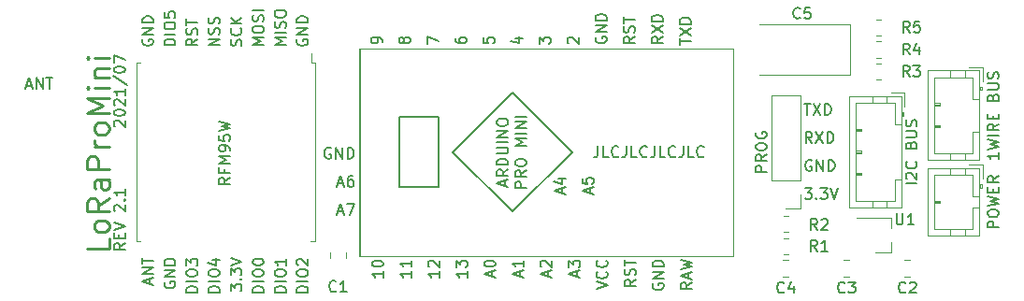
<source format=gbr>
%TF.GenerationSoftware,KiCad,Pcbnew,(5.1.10)-1*%
%TF.CreationDate,2021-07-03T17:53:54+02:00*%
%TF.ProjectId,LoRaProMini,4c6f5261-5072-46f4-9d69-6e692e6b6963,2.1*%
%TF.SameCoordinates,Original*%
%TF.FileFunction,Legend,Top*%
%TF.FilePolarity,Positive*%
%FSLAX46Y46*%
G04 Gerber Fmt 4.6, Leading zero omitted, Abs format (unit mm)*
G04 Created by KiCad (PCBNEW (5.1.10)-1) date 2021-07-03 17:53:54*
%MOMM*%
%LPD*%
G01*
G04 APERTURE LIST*
%ADD10C,0.150000*%
%ADD11C,0.250000*%
%ADD12C,0.120000*%
%ADD13C,0.177800*%
%ADD14C,0.152400*%
G04 APERTURE END LIST*
D10*
X169392380Y-92475714D02*
X168392380Y-92475714D01*
X168392380Y-92094761D01*
X168440000Y-91999523D01*
X168487619Y-91951904D01*
X168582857Y-91904285D01*
X168725714Y-91904285D01*
X168820952Y-91951904D01*
X168868571Y-91999523D01*
X168916190Y-92094761D01*
X168916190Y-92475714D01*
X169392380Y-90904285D02*
X168916190Y-91237619D01*
X169392380Y-91475714D02*
X168392380Y-91475714D01*
X168392380Y-91094761D01*
X168440000Y-90999523D01*
X168487619Y-90951904D01*
X168582857Y-90904285D01*
X168725714Y-90904285D01*
X168820952Y-90951904D01*
X168868571Y-90999523D01*
X168916190Y-91094761D01*
X168916190Y-91475714D01*
X168392380Y-90285238D02*
X168392380Y-90094761D01*
X168440000Y-89999523D01*
X168535238Y-89904285D01*
X168725714Y-89856666D01*
X169059047Y-89856666D01*
X169249523Y-89904285D01*
X169344761Y-89999523D01*
X169392380Y-90094761D01*
X169392380Y-90285238D01*
X169344761Y-90380476D01*
X169249523Y-90475714D01*
X169059047Y-90523333D01*
X168725714Y-90523333D01*
X168535238Y-90475714D01*
X168440000Y-90380476D01*
X168392380Y-90285238D01*
X168440000Y-88904285D02*
X168392380Y-88999523D01*
X168392380Y-89142380D01*
X168440000Y-89285238D01*
X168535238Y-89380476D01*
X168630476Y-89428095D01*
X168820952Y-89475714D01*
X168963809Y-89475714D01*
X169154285Y-89428095D01*
X169249523Y-89380476D01*
X169344761Y-89285238D01*
X169392380Y-89142380D01*
X169392380Y-89047142D01*
X169344761Y-88904285D01*
X169297142Y-88856666D01*
X168963809Y-88856666D01*
X168963809Y-89047142D01*
X172788095Y-86322380D02*
X173359523Y-86322380D01*
X173073809Y-87322380D02*
X173073809Y-86322380D01*
X173597619Y-86322380D02*
X174264285Y-87322380D01*
X174264285Y-86322380D02*
X173597619Y-87322380D01*
X174645238Y-87322380D02*
X174645238Y-86322380D01*
X174883333Y-86322380D01*
X175026190Y-86370000D01*
X175121428Y-86465238D01*
X175169047Y-86560476D01*
X175216666Y-86750952D01*
X175216666Y-86893809D01*
X175169047Y-87084285D01*
X175121428Y-87179523D01*
X175026190Y-87274761D01*
X174883333Y-87322380D01*
X174645238Y-87322380D01*
X173502380Y-89862380D02*
X173169047Y-89386190D01*
X172930951Y-89862380D02*
X172930951Y-88862380D01*
X173311904Y-88862380D01*
X173407142Y-88910000D01*
X173454761Y-88957619D01*
X173502380Y-89052857D01*
X173502380Y-89195714D01*
X173454761Y-89290952D01*
X173407142Y-89338571D01*
X173311904Y-89386190D01*
X172930951Y-89386190D01*
X173835713Y-88862380D02*
X174502380Y-89862380D01*
X174502380Y-88862380D02*
X173835713Y-89862380D01*
X174883332Y-89862380D02*
X174883332Y-88862380D01*
X175121427Y-88862380D01*
X175264285Y-88910000D01*
X175359523Y-89005238D01*
X175407142Y-89100476D01*
X175454761Y-89290952D01*
X175454761Y-89433809D01*
X175407142Y-89624285D01*
X175359523Y-89719523D01*
X175264285Y-89814761D01*
X175121427Y-89862380D01*
X174883332Y-89862380D01*
X173454761Y-91450000D02*
X173359523Y-91402380D01*
X173216666Y-91402380D01*
X173073808Y-91450000D01*
X172978570Y-91545238D01*
X172930951Y-91640476D01*
X172883332Y-91830952D01*
X172883332Y-91973809D01*
X172930951Y-92164285D01*
X172978570Y-92259523D01*
X173073808Y-92354761D01*
X173216666Y-92402380D01*
X173311904Y-92402380D01*
X173454761Y-92354761D01*
X173502380Y-92307142D01*
X173502380Y-91973809D01*
X173311904Y-91973809D01*
X173930951Y-92402380D02*
X173930951Y-91402380D01*
X174502380Y-92402380D01*
X174502380Y-91402380D01*
X174978570Y-92402380D02*
X174978570Y-91402380D01*
X175216666Y-91402380D01*
X175359523Y-91450000D01*
X175454761Y-91545238D01*
X175502380Y-91640476D01*
X175549999Y-91830952D01*
X175549999Y-91973809D01*
X175502380Y-92164285D01*
X175454761Y-92259523D01*
X175359523Y-92354761D01*
X175216666Y-92402380D01*
X174978570Y-92402380D01*
X172835713Y-93942380D02*
X173454761Y-93942380D01*
X173121427Y-94323333D01*
X173264284Y-94323333D01*
X173359523Y-94370952D01*
X173407142Y-94418571D01*
X173454761Y-94513809D01*
X173454761Y-94751904D01*
X173407142Y-94847142D01*
X173359523Y-94894761D01*
X173264284Y-94942380D01*
X172978570Y-94942380D01*
X172883332Y-94894761D01*
X172835713Y-94847142D01*
X173883332Y-94847142D02*
X173930951Y-94894761D01*
X173883332Y-94942380D01*
X173835713Y-94894761D01*
X173883332Y-94847142D01*
X173883332Y-94942380D01*
X174264284Y-93942380D02*
X174883332Y-93942380D01*
X174549999Y-94323333D01*
X174692856Y-94323333D01*
X174788094Y-94370952D01*
X174835713Y-94418571D01*
X174883332Y-94513809D01*
X174883332Y-94751904D01*
X174835713Y-94847142D01*
X174788094Y-94894761D01*
X174692856Y-94942380D01*
X174407142Y-94942380D01*
X174311904Y-94894761D01*
X174264284Y-94847142D01*
X175169046Y-93942380D02*
X175502380Y-94942380D01*
X175835713Y-93942380D01*
X110387619Y-88358928D02*
X110340000Y-88311309D01*
X110292380Y-88216071D01*
X110292380Y-87977976D01*
X110340000Y-87882738D01*
X110387619Y-87835119D01*
X110482857Y-87787500D01*
X110578095Y-87787500D01*
X110720952Y-87835119D01*
X111292380Y-88406547D01*
X111292380Y-87787500D01*
X110292380Y-87168452D02*
X110292380Y-87073214D01*
X110340000Y-86977976D01*
X110387619Y-86930357D01*
X110482857Y-86882738D01*
X110673333Y-86835119D01*
X110911428Y-86835119D01*
X111101904Y-86882738D01*
X111197142Y-86930357D01*
X111244761Y-86977976D01*
X111292380Y-87073214D01*
X111292380Y-87168452D01*
X111244761Y-87263690D01*
X111197142Y-87311309D01*
X111101904Y-87358928D01*
X110911428Y-87406547D01*
X110673333Y-87406547D01*
X110482857Y-87358928D01*
X110387619Y-87311309D01*
X110340000Y-87263690D01*
X110292380Y-87168452D01*
X110387619Y-86454166D02*
X110340000Y-86406547D01*
X110292380Y-86311309D01*
X110292380Y-86073214D01*
X110340000Y-85977976D01*
X110387619Y-85930357D01*
X110482857Y-85882738D01*
X110578095Y-85882738D01*
X110720952Y-85930357D01*
X111292380Y-86501785D01*
X111292380Y-85882738D01*
X111292380Y-84930357D02*
X111292380Y-85501785D01*
X111292380Y-85216071D02*
X110292380Y-85216071D01*
X110435238Y-85311309D01*
X110530476Y-85406547D01*
X110578095Y-85501785D01*
X110244761Y-83787500D02*
X111530476Y-84644642D01*
X110292380Y-83263690D02*
X110292380Y-83168452D01*
X110340000Y-83073214D01*
X110387619Y-83025595D01*
X110482857Y-82977976D01*
X110673333Y-82930357D01*
X110911428Y-82930357D01*
X111101904Y-82977976D01*
X111197142Y-83025595D01*
X111244761Y-83073214D01*
X111292380Y-83168452D01*
X111292380Y-83263690D01*
X111244761Y-83358928D01*
X111197142Y-83406547D01*
X111101904Y-83454166D01*
X110911428Y-83501785D01*
X110673333Y-83501785D01*
X110482857Y-83454166D01*
X110387619Y-83406547D01*
X110340000Y-83358928D01*
X110292380Y-83263690D01*
X110292380Y-82597023D02*
X110292380Y-81930357D01*
X111292380Y-82358928D01*
X111292380Y-98928857D02*
X110816190Y-99262190D01*
X111292380Y-99500285D02*
X110292380Y-99500285D01*
X110292380Y-99119333D01*
X110340000Y-99024095D01*
X110387619Y-98976476D01*
X110482857Y-98928857D01*
X110625714Y-98928857D01*
X110720952Y-98976476D01*
X110768571Y-99024095D01*
X110816190Y-99119333D01*
X110816190Y-99500285D01*
X110768571Y-98500285D02*
X110768571Y-98166952D01*
X111292380Y-98024095D02*
X111292380Y-98500285D01*
X110292380Y-98500285D01*
X110292380Y-98024095D01*
X110292380Y-97738380D02*
X111292380Y-97405047D01*
X110292380Y-97071714D01*
X110387619Y-96024095D02*
X110340000Y-95976476D01*
X110292380Y-95881238D01*
X110292380Y-95643142D01*
X110340000Y-95547904D01*
X110387619Y-95500285D01*
X110482857Y-95452666D01*
X110578095Y-95452666D01*
X110720952Y-95500285D01*
X111292380Y-96071714D01*
X111292380Y-95452666D01*
X111197142Y-95024095D02*
X111244761Y-94976476D01*
X111292380Y-95024095D01*
X111244761Y-95071714D01*
X111197142Y-95024095D01*
X111292380Y-95024095D01*
X111292380Y-94024095D02*
X111292380Y-94595523D01*
X111292380Y-94309809D02*
X110292380Y-94309809D01*
X110435238Y-94405047D01*
X110530476Y-94500285D01*
X110578095Y-94595523D01*
X120792380Y-93004285D02*
X120316190Y-93337619D01*
X120792380Y-93575714D02*
X119792380Y-93575714D01*
X119792380Y-93194761D01*
X119840000Y-93099523D01*
X119887619Y-93051904D01*
X119982857Y-93004285D01*
X120125714Y-93004285D01*
X120220952Y-93051904D01*
X120268571Y-93099523D01*
X120316190Y-93194761D01*
X120316190Y-93575714D01*
X120268571Y-92242380D02*
X120268571Y-92575714D01*
X120792380Y-92575714D02*
X119792380Y-92575714D01*
X119792380Y-92099523D01*
X120792380Y-91718571D02*
X119792380Y-91718571D01*
X120506666Y-91385238D01*
X119792380Y-91051904D01*
X120792380Y-91051904D01*
X120792380Y-90528095D02*
X120792380Y-90337619D01*
X120744761Y-90242380D01*
X120697142Y-90194761D01*
X120554285Y-90099523D01*
X120363809Y-90051904D01*
X119982857Y-90051904D01*
X119887619Y-90099523D01*
X119840000Y-90147142D01*
X119792380Y-90242380D01*
X119792380Y-90432857D01*
X119840000Y-90528095D01*
X119887619Y-90575714D01*
X119982857Y-90623333D01*
X120220952Y-90623333D01*
X120316190Y-90575714D01*
X120363809Y-90528095D01*
X120411428Y-90432857D01*
X120411428Y-90242380D01*
X120363809Y-90147142D01*
X120316190Y-90099523D01*
X120220952Y-90051904D01*
X119792380Y-89147142D02*
X119792380Y-89623333D01*
X120268571Y-89670952D01*
X120220952Y-89623333D01*
X120173333Y-89528095D01*
X120173333Y-89290000D01*
X120220952Y-89194761D01*
X120268571Y-89147142D01*
X120363809Y-89099523D01*
X120601904Y-89099523D01*
X120697142Y-89147142D01*
X120744761Y-89194761D01*
X120792380Y-89290000D01*
X120792380Y-89528095D01*
X120744761Y-89623333D01*
X120697142Y-89670952D01*
X119792380Y-88766190D02*
X120792380Y-88528095D01*
X120078095Y-88337619D01*
X120792380Y-88147142D01*
X119792380Y-87909047D01*
X102356142Y-84656666D02*
X102832333Y-84656666D01*
X102260904Y-84942380D02*
X102594238Y-83942380D01*
X102927571Y-84942380D01*
X103260904Y-84942380D02*
X103260904Y-83942380D01*
X103832333Y-84942380D01*
X103832333Y-83942380D01*
X104165666Y-83942380D02*
X104737095Y-83942380D01*
X104451380Y-84942380D02*
X104451380Y-83942380D01*
X145681666Y-93737619D02*
X145681666Y-93261428D01*
X145967380Y-93832857D02*
X144967380Y-93499523D01*
X145967380Y-93166190D01*
X145967380Y-92261428D02*
X145491190Y-92594761D01*
X145967380Y-92832857D02*
X144967380Y-92832857D01*
X144967380Y-92451904D01*
X145015000Y-92356666D01*
X145062619Y-92309047D01*
X145157857Y-92261428D01*
X145300714Y-92261428D01*
X145395952Y-92309047D01*
X145443571Y-92356666D01*
X145491190Y-92451904D01*
X145491190Y-92832857D01*
X145967380Y-91832857D02*
X144967380Y-91832857D01*
X144967380Y-91594761D01*
X145015000Y-91451904D01*
X145110238Y-91356666D01*
X145205476Y-91309047D01*
X145395952Y-91261428D01*
X145538809Y-91261428D01*
X145729285Y-91309047D01*
X145824523Y-91356666D01*
X145919761Y-91451904D01*
X145967380Y-91594761D01*
X145967380Y-91832857D01*
X144967380Y-90832857D02*
X145776904Y-90832857D01*
X145872142Y-90785238D01*
X145919761Y-90737619D01*
X145967380Y-90642380D01*
X145967380Y-90451904D01*
X145919761Y-90356666D01*
X145872142Y-90309047D01*
X145776904Y-90261428D01*
X144967380Y-90261428D01*
X145967380Y-89785238D02*
X144967380Y-89785238D01*
X145967380Y-89309047D02*
X144967380Y-89309047D01*
X145967380Y-88737619D01*
X144967380Y-88737619D01*
X144967380Y-88070952D02*
X144967380Y-87880476D01*
X145015000Y-87785238D01*
X145110238Y-87690000D01*
X145300714Y-87642380D01*
X145634047Y-87642380D01*
X145824523Y-87690000D01*
X145919761Y-87785238D01*
X145967380Y-87880476D01*
X145967380Y-88070952D01*
X145919761Y-88166190D01*
X145824523Y-88261428D01*
X145634047Y-88309047D01*
X145300714Y-88309047D01*
X145110238Y-88261428D01*
X145015000Y-88166190D01*
X144967380Y-88070952D01*
X147617380Y-93928095D02*
X146617380Y-93928095D01*
X146617380Y-93547142D01*
X146665000Y-93451904D01*
X146712619Y-93404285D01*
X146807857Y-93356666D01*
X146950714Y-93356666D01*
X147045952Y-93404285D01*
X147093571Y-93451904D01*
X147141190Y-93547142D01*
X147141190Y-93928095D01*
X147617380Y-92356666D02*
X147141190Y-92690000D01*
X147617380Y-92928095D02*
X146617380Y-92928095D01*
X146617380Y-92547142D01*
X146665000Y-92451904D01*
X146712619Y-92404285D01*
X146807857Y-92356666D01*
X146950714Y-92356666D01*
X147045952Y-92404285D01*
X147093571Y-92451904D01*
X147141190Y-92547142D01*
X147141190Y-92928095D01*
X146617380Y-91737619D02*
X146617380Y-91547142D01*
X146665000Y-91451904D01*
X146760238Y-91356666D01*
X146950714Y-91309047D01*
X147284047Y-91309047D01*
X147474523Y-91356666D01*
X147569761Y-91451904D01*
X147617380Y-91547142D01*
X147617380Y-91737619D01*
X147569761Y-91832857D01*
X147474523Y-91928095D01*
X147284047Y-91975714D01*
X146950714Y-91975714D01*
X146760238Y-91928095D01*
X146665000Y-91832857D01*
X146617380Y-91737619D01*
X147617380Y-90118571D02*
X146617380Y-90118571D01*
X147331666Y-89785238D01*
X146617380Y-89451904D01*
X147617380Y-89451904D01*
X147617380Y-88975714D02*
X146617380Y-88975714D01*
X147617380Y-88499523D02*
X146617380Y-88499523D01*
X147617380Y-87928095D01*
X146617380Y-87928095D01*
X147617380Y-87451904D02*
X146617380Y-87451904D01*
X182982380Y-93532475D02*
X181982380Y-93532475D01*
X182077619Y-93103904D02*
X182030000Y-93056285D01*
X181982380Y-92961047D01*
X181982380Y-92722952D01*
X182030000Y-92627713D01*
X182077619Y-92580094D01*
X182172857Y-92532475D01*
X182268095Y-92532475D01*
X182410952Y-92580094D01*
X182982380Y-93151523D01*
X182982380Y-92532475D01*
X182887142Y-91532475D02*
X182934761Y-91580094D01*
X182982380Y-91722952D01*
X182982380Y-91818190D01*
X182934761Y-91961047D01*
X182839523Y-92056285D01*
X182744285Y-92103904D01*
X182553809Y-92151523D01*
X182410952Y-92151523D01*
X182220476Y-92103904D01*
X182125238Y-92056285D01*
X182030000Y-91961047D01*
X181982380Y-91818190D01*
X181982380Y-91722952D01*
X182030000Y-91580094D01*
X182077619Y-91532475D01*
X182458571Y-90008666D02*
X182506190Y-89865809D01*
X182553809Y-89818190D01*
X182649047Y-89770571D01*
X182791904Y-89770571D01*
X182887142Y-89818190D01*
X182934761Y-89865809D01*
X182982380Y-89961047D01*
X182982380Y-90341999D01*
X181982380Y-90341999D01*
X181982380Y-90008666D01*
X182030000Y-89913428D01*
X182077619Y-89865809D01*
X182172857Y-89818190D01*
X182268095Y-89818190D01*
X182363333Y-89865809D01*
X182410952Y-89913428D01*
X182458571Y-90008666D01*
X182458571Y-90341999D01*
X181982380Y-89341999D02*
X182791904Y-89341999D01*
X182887142Y-89294380D01*
X182934761Y-89246761D01*
X182982380Y-89151523D01*
X182982380Y-88961047D01*
X182934761Y-88865809D01*
X182887142Y-88818190D01*
X182791904Y-88770571D01*
X181982380Y-88770571D01*
X182934761Y-88341999D02*
X182982380Y-88199142D01*
X182982380Y-87961047D01*
X182934761Y-87865809D01*
X182887142Y-87818190D01*
X182791904Y-87770571D01*
X182696666Y-87770571D01*
X182601428Y-87818190D01*
X182553809Y-87865809D01*
X182506190Y-87961047D01*
X182458571Y-88151523D01*
X182410952Y-88246761D01*
X182363333Y-88294380D01*
X182268095Y-88341999D01*
X182172857Y-88341999D01*
X182077619Y-88294380D01*
X182030000Y-88246761D01*
X181982380Y-88151523D01*
X181982380Y-87913428D01*
X182030000Y-87770571D01*
X190382380Y-97515523D02*
X189382380Y-97515523D01*
X189382380Y-97134571D01*
X189430000Y-97039333D01*
X189477619Y-96991714D01*
X189572857Y-96944095D01*
X189715714Y-96944095D01*
X189810952Y-96991714D01*
X189858571Y-97039333D01*
X189906190Y-97134571D01*
X189906190Y-97515523D01*
X189382380Y-96325047D02*
X189382380Y-96134571D01*
X189430000Y-96039333D01*
X189525238Y-95944095D01*
X189715714Y-95896476D01*
X190049047Y-95896476D01*
X190239523Y-95944095D01*
X190334761Y-96039333D01*
X190382380Y-96134571D01*
X190382380Y-96325047D01*
X190334761Y-96420285D01*
X190239523Y-96515523D01*
X190049047Y-96563142D01*
X189715714Y-96563142D01*
X189525238Y-96515523D01*
X189430000Y-96420285D01*
X189382380Y-96325047D01*
X189382380Y-95563142D02*
X190382380Y-95325047D01*
X189668095Y-95134571D01*
X190382380Y-94944095D01*
X189382380Y-94706000D01*
X189858571Y-94325047D02*
X189858571Y-93991714D01*
X190382380Y-93848857D02*
X190382380Y-94325047D01*
X189382380Y-94325047D01*
X189382380Y-93848857D01*
X190382380Y-92848857D02*
X189906190Y-93182190D01*
X190382380Y-93420285D02*
X189382380Y-93420285D01*
X189382380Y-93039333D01*
X189430000Y-92944095D01*
X189477619Y-92896476D01*
X189572857Y-92848857D01*
X189715714Y-92848857D01*
X189810952Y-92896476D01*
X189858571Y-92944095D01*
X189906190Y-93039333D01*
X189906190Y-93420285D01*
X190382380Y-90745142D02*
X190382380Y-91316571D01*
X190382380Y-91030857D02*
X189382380Y-91030857D01*
X189525238Y-91126095D01*
X189620476Y-91221333D01*
X189668095Y-91316571D01*
X189382380Y-90411809D02*
X190382380Y-90173714D01*
X189668095Y-89983238D01*
X190382380Y-89792761D01*
X189382380Y-89554666D01*
X190382380Y-89173714D02*
X189382380Y-89173714D01*
X190382380Y-88126095D02*
X189906190Y-88459428D01*
X190382380Y-88697523D02*
X189382380Y-88697523D01*
X189382380Y-88316571D01*
X189430000Y-88221333D01*
X189477619Y-88173714D01*
X189572857Y-88126095D01*
X189715714Y-88126095D01*
X189810952Y-88173714D01*
X189858571Y-88221333D01*
X189906190Y-88316571D01*
X189906190Y-88697523D01*
X189858571Y-87697523D02*
X189858571Y-87364190D01*
X190382380Y-87221333D02*
X190382380Y-87697523D01*
X189382380Y-87697523D01*
X189382380Y-87221333D01*
X189858571Y-85697523D02*
X189906190Y-85554666D01*
X189953809Y-85507047D01*
X190049047Y-85459428D01*
X190191904Y-85459428D01*
X190287142Y-85507047D01*
X190334761Y-85554666D01*
X190382380Y-85649904D01*
X190382380Y-86030857D01*
X189382380Y-86030857D01*
X189382380Y-85697523D01*
X189430000Y-85602285D01*
X189477619Y-85554666D01*
X189572857Y-85507047D01*
X189668095Y-85507047D01*
X189763333Y-85554666D01*
X189810952Y-85602285D01*
X189858571Y-85697523D01*
X189858571Y-86030857D01*
X189382380Y-85030857D02*
X190191904Y-85030857D01*
X190287142Y-84983238D01*
X190334761Y-84935619D01*
X190382380Y-84840380D01*
X190382380Y-84649904D01*
X190334761Y-84554666D01*
X190287142Y-84507047D01*
X190191904Y-84459428D01*
X189382380Y-84459428D01*
X190334761Y-84030857D02*
X190382380Y-83888000D01*
X190382380Y-83649904D01*
X190334761Y-83554666D01*
X190287142Y-83507047D01*
X190191904Y-83459428D01*
X190096666Y-83459428D01*
X190001428Y-83507047D01*
X189953809Y-83554666D01*
X189906190Y-83649904D01*
X189858571Y-83840380D01*
X189810952Y-83935619D01*
X189763333Y-83983238D01*
X189668095Y-84030857D01*
X189572857Y-84030857D01*
X189477619Y-83983238D01*
X189430000Y-83935619D01*
X189382380Y-83840380D01*
X189382380Y-83602285D01*
X189430000Y-83459428D01*
X154120952Y-90142380D02*
X154120952Y-90856666D01*
X154073333Y-90999523D01*
X153978095Y-91094761D01*
X153835238Y-91142380D01*
X153740000Y-91142380D01*
X155073333Y-91142380D02*
X154597142Y-91142380D01*
X154597142Y-90142380D01*
X155978095Y-91047142D02*
X155930476Y-91094761D01*
X155787619Y-91142380D01*
X155692380Y-91142380D01*
X155549523Y-91094761D01*
X155454285Y-90999523D01*
X155406666Y-90904285D01*
X155359047Y-90713809D01*
X155359047Y-90570952D01*
X155406666Y-90380476D01*
X155454285Y-90285238D01*
X155549523Y-90190000D01*
X155692380Y-90142380D01*
X155787619Y-90142380D01*
X155930476Y-90190000D01*
X155978095Y-90237619D01*
X156692380Y-90142380D02*
X156692380Y-90856666D01*
X156644761Y-90999523D01*
X156549523Y-91094761D01*
X156406666Y-91142380D01*
X156311428Y-91142380D01*
X157644761Y-91142380D02*
X157168571Y-91142380D01*
X157168571Y-90142380D01*
X158549523Y-91047142D02*
X158501904Y-91094761D01*
X158359047Y-91142380D01*
X158263809Y-91142380D01*
X158120952Y-91094761D01*
X158025714Y-90999523D01*
X157978095Y-90904285D01*
X157930476Y-90713809D01*
X157930476Y-90570952D01*
X157978095Y-90380476D01*
X158025714Y-90285238D01*
X158120952Y-90190000D01*
X158263809Y-90142380D01*
X158359047Y-90142380D01*
X158501904Y-90190000D01*
X158549523Y-90237619D01*
X159263809Y-90142380D02*
X159263809Y-90856666D01*
X159216190Y-90999523D01*
X159120952Y-91094761D01*
X158978095Y-91142380D01*
X158882857Y-91142380D01*
X160216190Y-91142380D02*
X159740000Y-91142380D01*
X159740000Y-90142380D01*
X161120952Y-91047142D02*
X161073333Y-91094761D01*
X160930476Y-91142380D01*
X160835238Y-91142380D01*
X160692380Y-91094761D01*
X160597142Y-90999523D01*
X160549523Y-90904285D01*
X160501904Y-90713809D01*
X160501904Y-90570952D01*
X160549523Y-90380476D01*
X160597142Y-90285238D01*
X160692380Y-90190000D01*
X160835238Y-90142380D01*
X160930476Y-90142380D01*
X161073333Y-90190000D01*
X161120952Y-90237619D01*
X161835238Y-90142380D02*
X161835238Y-90856666D01*
X161787619Y-90999523D01*
X161692380Y-91094761D01*
X161549523Y-91142380D01*
X161454285Y-91142380D01*
X162787619Y-91142380D02*
X162311428Y-91142380D01*
X162311428Y-90142380D01*
X163692380Y-91047142D02*
X163644761Y-91094761D01*
X163501904Y-91142380D01*
X163406666Y-91142380D01*
X163263809Y-91094761D01*
X163168571Y-90999523D01*
X163120952Y-90904285D01*
X163073333Y-90713809D01*
X163073333Y-90570952D01*
X163120952Y-90380476D01*
X163168571Y-90285238D01*
X163263809Y-90190000D01*
X163406666Y-90142380D01*
X163501904Y-90142380D01*
X163644761Y-90190000D01*
X163692380Y-90237619D01*
D11*
X109844761Y-98504285D02*
X109844761Y-99456666D01*
X107844761Y-99456666D01*
X109844761Y-97551904D02*
X109749523Y-97742380D01*
X109654285Y-97837619D01*
X109463809Y-97932857D01*
X108892380Y-97932857D01*
X108701904Y-97837619D01*
X108606666Y-97742380D01*
X108511428Y-97551904D01*
X108511428Y-97266190D01*
X108606666Y-97075714D01*
X108701904Y-96980476D01*
X108892380Y-96885238D01*
X109463809Y-96885238D01*
X109654285Y-96980476D01*
X109749523Y-97075714D01*
X109844761Y-97266190D01*
X109844761Y-97551904D01*
X109844761Y-94885238D02*
X108892380Y-95551904D01*
X109844761Y-96028095D02*
X107844761Y-96028095D01*
X107844761Y-95266190D01*
X107940000Y-95075714D01*
X108035238Y-94980476D01*
X108225714Y-94885238D01*
X108511428Y-94885238D01*
X108701904Y-94980476D01*
X108797142Y-95075714D01*
X108892380Y-95266190D01*
X108892380Y-96028095D01*
X109844761Y-93170952D02*
X108797142Y-93170952D01*
X108606666Y-93266190D01*
X108511428Y-93456666D01*
X108511428Y-93837619D01*
X108606666Y-94028095D01*
X109749523Y-93170952D02*
X109844761Y-93361428D01*
X109844761Y-93837619D01*
X109749523Y-94028095D01*
X109559047Y-94123333D01*
X109368571Y-94123333D01*
X109178095Y-94028095D01*
X109082857Y-93837619D01*
X109082857Y-93361428D01*
X108987619Y-93170952D01*
X109844761Y-92218571D02*
X107844761Y-92218571D01*
X107844761Y-91456666D01*
X107940000Y-91266190D01*
X108035238Y-91170952D01*
X108225714Y-91075714D01*
X108511428Y-91075714D01*
X108701904Y-91170952D01*
X108797142Y-91266190D01*
X108892380Y-91456666D01*
X108892380Y-92218571D01*
X109844761Y-90218571D02*
X108511428Y-90218571D01*
X108892380Y-90218571D02*
X108701904Y-90123333D01*
X108606666Y-90028095D01*
X108511428Y-89837619D01*
X108511428Y-89647142D01*
X109844761Y-88694761D02*
X109749523Y-88885238D01*
X109654285Y-88980476D01*
X109463809Y-89075714D01*
X108892380Y-89075714D01*
X108701904Y-88980476D01*
X108606666Y-88885238D01*
X108511428Y-88694761D01*
X108511428Y-88409047D01*
X108606666Y-88218571D01*
X108701904Y-88123333D01*
X108892380Y-88028095D01*
X109463809Y-88028095D01*
X109654285Y-88123333D01*
X109749523Y-88218571D01*
X109844761Y-88409047D01*
X109844761Y-88694761D01*
X109844761Y-87170952D02*
X107844761Y-87170952D01*
X109273333Y-86504285D01*
X107844761Y-85837619D01*
X109844761Y-85837619D01*
X109844761Y-84885238D02*
X108511428Y-84885238D01*
X107844761Y-84885238D02*
X107940000Y-84980476D01*
X108035238Y-84885238D01*
X107940000Y-84790000D01*
X107844761Y-84885238D01*
X108035238Y-84885238D01*
X108511428Y-83932857D02*
X109844761Y-83932857D01*
X108701904Y-83932857D02*
X108606666Y-83837619D01*
X108511428Y-83647142D01*
X108511428Y-83361428D01*
X108606666Y-83170952D01*
X108797142Y-83075714D01*
X109844761Y-83075714D01*
X109844761Y-82123333D02*
X108511428Y-82123333D01*
X107844761Y-82123333D02*
X107940000Y-82218571D01*
X108035238Y-82123333D01*
X107940000Y-82028095D01*
X107844761Y-82123333D01*
X108035238Y-82123333D01*
D12*
%TO.C,X1*%
X132549000Y-81292000D02*
X166331000Y-81292000D01*
D10*
X132549000Y-100088000D02*
X132549000Y-81292000D01*
D12*
X166331000Y-100088000D02*
X132549000Y-100088000D01*
X166331000Y-81292000D02*
X166331000Y-100088000D01*
D13*
X146381105Y-85275544D02*
X140992951Y-90690000D01*
X140992951Y-90690000D02*
X146381105Y-96051851D01*
X151769259Y-90690000D02*
X146381105Y-96051851D01*
X146381105Y-85275544D02*
X151769259Y-90690000D01*
D14*
X139661000Y-87515000D02*
X136105000Y-87515000D01*
X136105000Y-87515000D02*
X136105000Y-93865000D01*
X139661000Y-93865000D02*
X136105000Y-93865000D01*
X139661000Y-93865000D02*
X139661000Y-87515000D01*
D12*
%TO.C,J4*%
X172470000Y-85540000D02*
X169810000Y-85540000D01*
X172470000Y-93220000D02*
X172470000Y-85540000D01*
X169810000Y-93220000D02*
X169810000Y-85540000D01*
X172470000Y-93220000D02*
X169810000Y-93220000D01*
X172470000Y-94490000D02*
X172470000Y-95820000D01*
X172470000Y-95820000D02*
X171140000Y-95820000D01*
%TO.C,U2*%
X128149000Y-82590000D02*
X128149000Y-81690000D01*
X128499000Y-82590000D02*
X128149000Y-82590000D01*
X112299000Y-98790000D02*
X112699000Y-98790000D01*
X112299000Y-82590000D02*
X112299000Y-98790000D01*
X112699000Y-82590000D02*
X112299000Y-82590000D01*
X128499000Y-98790000D02*
X128099000Y-98790000D01*
X128499000Y-82590000D02*
X128499000Y-98790000D01*
%TO.C,C1*%
X131309000Y-100274085D02*
X131309000Y-99751581D01*
X129839000Y-100274085D02*
X129839000Y-99751581D01*
%TO.C,C2*%
X181868748Y-101925000D02*
X182391252Y-101925000D01*
X181868748Y-100455000D02*
X182391252Y-100455000D01*
%TO.C,C5*%
X168690000Y-83650000D02*
X176925000Y-83650000D01*
X176925000Y-83650000D02*
X176925000Y-79130000D01*
X176925000Y-79130000D02*
X168690000Y-79130000D01*
%TO.C,R5*%
X179312936Y-80125000D02*
X179767064Y-80125000D01*
X179312936Y-78655000D02*
X179767064Y-78655000D01*
%TO.C,R4*%
X179312936Y-82125000D02*
X179767064Y-82125000D01*
X179312936Y-80655000D02*
X179767064Y-80655000D01*
%TO.C,R3*%
X179767064Y-82655000D02*
X179312936Y-82655000D01*
X179767064Y-84125000D02*
X179312936Y-84125000D01*
%TO.C,R2*%
X171357064Y-96455000D02*
X170902936Y-96455000D01*
X171357064Y-97925000D02*
X170902936Y-97925000D01*
%TO.C,R1*%
X170902936Y-99925000D02*
X171357064Y-99925000D01*
X170902936Y-98455000D02*
X171357064Y-98455000D01*
%TO.C,C4*%
X171391252Y-100455000D02*
X170868748Y-100455000D01*
X171391252Y-101925000D02*
X170868748Y-101925000D01*
%TO.C,U1*%
X180690000Y-99770000D02*
X180690000Y-98840000D01*
X180690000Y-96610000D02*
X180690000Y-97540000D01*
X180690000Y-96610000D02*
X177530000Y-96610000D01*
X180690000Y-99770000D02*
X179230000Y-99770000D01*
%TO.C,J3*%
X181588000Y-85615333D02*
X176868000Y-85615333D01*
X176868000Y-85615333D02*
X176868000Y-95735333D01*
X176868000Y-95735333D02*
X181588000Y-95735333D01*
X181588000Y-95735333D02*
X181588000Y-85615333D01*
X181588000Y-87375333D02*
X181788000Y-87375333D01*
X181788000Y-87375333D02*
X181788000Y-87075333D01*
X181788000Y-87075333D02*
X181588000Y-87075333D01*
X181688000Y-87375333D02*
X181688000Y-87075333D01*
X181588000Y-88175333D02*
X180978000Y-88175333D01*
X180978000Y-88175333D02*
X180978000Y-86225333D01*
X180978000Y-86225333D02*
X177478000Y-86225333D01*
X177478000Y-86225333D02*
X177478000Y-95125333D01*
X177478000Y-95125333D02*
X180978000Y-95125333D01*
X180978000Y-95125333D02*
X180978000Y-93175333D01*
X180978000Y-93175333D02*
X181588000Y-93175333D01*
X180278000Y-85615333D02*
X180278000Y-86225333D01*
X178978000Y-85615333D02*
X178978000Y-86225333D01*
X180278000Y-95735333D02*
X180278000Y-95125333D01*
X178978000Y-95735333D02*
X178978000Y-95125333D01*
X177478000Y-88575333D02*
X177978000Y-88575333D01*
X177978000Y-88575333D02*
X177978000Y-88775333D01*
X177978000Y-88775333D02*
X177478000Y-88775333D01*
X177478000Y-88675333D02*
X177978000Y-88675333D01*
X177478000Y-90575333D02*
X177978000Y-90575333D01*
X177978000Y-90575333D02*
X177978000Y-90775333D01*
X177978000Y-90775333D02*
X177478000Y-90775333D01*
X177478000Y-90675333D02*
X177978000Y-90675333D01*
X177478000Y-92575333D02*
X177978000Y-92575333D01*
X177978000Y-92575333D02*
X177978000Y-92775333D01*
X177978000Y-92775333D02*
X177478000Y-92775333D01*
X177478000Y-92675333D02*
X177978000Y-92675333D01*
X181888000Y-86565333D02*
X181888000Y-85315333D01*
X181888000Y-85315333D02*
X180638000Y-85315333D01*
%TO.C,J2*%
X188645617Y-83296000D02*
X183925617Y-83296000D01*
X183925617Y-83296000D02*
X183925617Y-91416000D01*
X183925617Y-91416000D02*
X188645617Y-91416000D01*
X188645617Y-91416000D02*
X188645617Y-83296000D01*
X188645617Y-85056000D02*
X188845617Y-85056000D01*
X188845617Y-85056000D02*
X188845617Y-84756000D01*
X188845617Y-84756000D02*
X188645617Y-84756000D01*
X188745617Y-85056000D02*
X188745617Y-84756000D01*
X188645617Y-85856000D02*
X188035617Y-85856000D01*
X188035617Y-85856000D02*
X188035617Y-83906000D01*
X188035617Y-83906000D02*
X184535617Y-83906000D01*
X184535617Y-83906000D02*
X184535617Y-90806000D01*
X184535617Y-90806000D02*
X188035617Y-90806000D01*
X188035617Y-90806000D02*
X188035617Y-88856000D01*
X188035617Y-88856000D02*
X188645617Y-88856000D01*
X187335617Y-83296000D02*
X187335617Y-83906000D01*
X186035617Y-83296000D02*
X186035617Y-83906000D01*
X187335617Y-91416000D02*
X187335617Y-90806000D01*
X186035617Y-91416000D02*
X186035617Y-90806000D01*
X184535617Y-86256000D02*
X185035617Y-86256000D01*
X185035617Y-86256000D02*
X185035617Y-86456000D01*
X185035617Y-86456000D02*
X184535617Y-86456000D01*
X184535617Y-86356000D02*
X185035617Y-86356000D01*
X184535617Y-88256000D02*
X185035617Y-88256000D01*
X185035617Y-88256000D02*
X185035617Y-88456000D01*
X185035617Y-88456000D02*
X184535617Y-88456000D01*
X184535617Y-88356000D02*
X185035617Y-88356000D01*
X188945617Y-84246000D02*
X188945617Y-82996000D01*
X188945617Y-82996000D02*
X187695617Y-82996000D01*
%TO.C,J1*%
X188645617Y-92146000D02*
X183925617Y-92146000D01*
X183925617Y-92146000D02*
X183925617Y-98266000D01*
X183925617Y-98266000D02*
X188645617Y-98266000D01*
X188645617Y-98266000D02*
X188645617Y-92146000D01*
X188645617Y-93906000D02*
X188845617Y-93906000D01*
X188845617Y-93906000D02*
X188845617Y-93606000D01*
X188845617Y-93606000D02*
X188645617Y-93606000D01*
X188745617Y-93906000D02*
X188745617Y-93606000D01*
X188645617Y-94706000D02*
X188035617Y-94706000D01*
X188035617Y-94706000D02*
X188035617Y-92756000D01*
X188035617Y-92756000D02*
X184535617Y-92756000D01*
X184535617Y-92756000D02*
X184535617Y-97656000D01*
X184535617Y-97656000D02*
X188035617Y-97656000D01*
X188035617Y-97656000D02*
X188035617Y-95706000D01*
X188035617Y-95706000D02*
X188645617Y-95706000D01*
X187335617Y-92146000D02*
X187335617Y-92756000D01*
X186035617Y-92146000D02*
X186035617Y-92756000D01*
X187335617Y-98266000D02*
X187335617Y-97656000D01*
X186035617Y-98266000D02*
X186035617Y-97656000D01*
X184535617Y-95106000D02*
X185035617Y-95106000D01*
X185035617Y-95106000D02*
X185035617Y-95306000D01*
X185035617Y-95306000D02*
X184535617Y-95306000D01*
X184535617Y-95206000D02*
X185035617Y-95206000D01*
X188945617Y-93096000D02*
X188945617Y-91846000D01*
X188945617Y-91846000D02*
X187695617Y-91846000D01*
%TO.C,C3*%
X176891252Y-101925000D02*
X176368748Y-101925000D01*
X176891252Y-100455000D02*
X176368748Y-100455000D01*
%TO.C,X1*%
D10*
X129911785Y-90317000D02*
X129816547Y-90269380D01*
X129673690Y-90269380D01*
X129530833Y-90317000D01*
X129435595Y-90412238D01*
X129387976Y-90507476D01*
X129340357Y-90697952D01*
X129340357Y-90840809D01*
X129387976Y-91031285D01*
X129435595Y-91126523D01*
X129530833Y-91221761D01*
X129673690Y-91269380D01*
X129768928Y-91269380D01*
X129911785Y-91221761D01*
X129959404Y-91174142D01*
X129959404Y-90840809D01*
X129768928Y-90840809D01*
X130387976Y-91269380D02*
X130387976Y-90269380D01*
X130959404Y-91269380D01*
X130959404Y-90269380D01*
X131435595Y-91269380D02*
X131435595Y-90269380D01*
X131673690Y-90269380D01*
X131816547Y-90317000D01*
X131911785Y-90412238D01*
X131959404Y-90507476D01*
X132007023Y-90697952D01*
X132007023Y-90840809D01*
X131959404Y-91031285D01*
X131911785Y-91126523D01*
X131816547Y-91221761D01*
X131673690Y-91269380D01*
X131435595Y-91269380D01*
X130578452Y-93523666D02*
X131054642Y-93523666D01*
X130483214Y-93809380D02*
X130816547Y-92809380D01*
X131149880Y-93809380D01*
X131911785Y-92809380D02*
X131721309Y-92809380D01*
X131626071Y-92857000D01*
X131578452Y-92904619D01*
X131483214Y-93047476D01*
X131435595Y-93237952D01*
X131435595Y-93618904D01*
X131483214Y-93714142D01*
X131530833Y-93761761D01*
X131626071Y-93809380D01*
X131816547Y-93809380D01*
X131911785Y-93761761D01*
X131959404Y-93714142D01*
X132007023Y-93618904D01*
X132007023Y-93380809D01*
X131959404Y-93285571D01*
X131911785Y-93237952D01*
X131816547Y-93190333D01*
X131626071Y-93190333D01*
X131530833Y-93237952D01*
X131483214Y-93285571D01*
X131435595Y-93380809D01*
X130578452Y-96063666D02*
X131054642Y-96063666D01*
X130483214Y-96349380D02*
X130816547Y-95349380D01*
X131149880Y-96349380D01*
X131387976Y-95349380D02*
X132054642Y-95349380D01*
X131626071Y-96349380D01*
X134652380Y-101455357D02*
X134652380Y-102026785D01*
X134652380Y-101741071D02*
X133652380Y-101741071D01*
X133795238Y-101836309D01*
X133890476Y-101931547D01*
X133938095Y-102026785D01*
X133652380Y-100836309D02*
X133652380Y-100741071D01*
X133700000Y-100645833D01*
X133747619Y-100598214D01*
X133842857Y-100550595D01*
X134033333Y-100502976D01*
X134271428Y-100502976D01*
X134461904Y-100550595D01*
X134557142Y-100598214D01*
X134604761Y-100645833D01*
X134652380Y-100741071D01*
X134652380Y-100836309D01*
X134604761Y-100931547D01*
X134557142Y-100979166D01*
X134461904Y-101026785D01*
X134271428Y-101074404D01*
X134033333Y-101074404D01*
X133842857Y-101026785D01*
X133747619Y-100979166D01*
X133700000Y-100931547D01*
X133652380Y-100836309D01*
X137192380Y-101455357D02*
X137192380Y-102026785D01*
X137192380Y-101741071D02*
X136192380Y-101741071D01*
X136335238Y-101836309D01*
X136430476Y-101931547D01*
X136478095Y-102026785D01*
X137192380Y-100502976D02*
X137192380Y-101074404D01*
X137192380Y-100788690D02*
X136192380Y-100788690D01*
X136335238Y-100883928D01*
X136430476Y-100979166D01*
X136478095Y-101074404D01*
X139732380Y-101455357D02*
X139732380Y-102026785D01*
X139732380Y-101741071D02*
X138732380Y-101741071D01*
X138875238Y-101836309D01*
X138970476Y-101931547D01*
X139018095Y-102026785D01*
X138827619Y-101074404D02*
X138780000Y-101026785D01*
X138732380Y-100931547D01*
X138732380Y-100693452D01*
X138780000Y-100598214D01*
X138827619Y-100550595D01*
X138922857Y-100502976D01*
X139018095Y-100502976D01*
X139160952Y-100550595D01*
X139732380Y-101122023D01*
X139732380Y-100502976D01*
X142272380Y-101455357D02*
X142272380Y-102026785D01*
X142272380Y-101741071D02*
X141272380Y-101741071D01*
X141415238Y-101836309D01*
X141510476Y-101931547D01*
X141558095Y-102026785D01*
X141272380Y-101122023D02*
X141272380Y-100502976D01*
X141653333Y-100836309D01*
X141653333Y-100693452D01*
X141700952Y-100598214D01*
X141748571Y-100550595D01*
X141843809Y-100502976D01*
X142081904Y-100502976D01*
X142177142Y-100550595D01*
X142224761Y-100598214D01*
X142272380Y-100693452D01*
X142272380Y-100979166D01*
X142224761Y-101074404D01*
X142177142Y-101122023D01*
X144526666Y-101931547D02*
X144526666Y-101455357D01*
X144812380Y-102026785D02*
X143812380Y-101693452D01*
X144812380Y-101360119D01*
X143812380Y-100836309D02*
X143812380Y-100741071D01*
X143860000Y-100645833D01*
X143907619Y-100598214D01*
X144002857Y-100550595D01*
X144193333Y-100502976D01*
X144431428Y-100502976D01*
X144621904Y-100550595D01*
X144717142Y-100598214D01*
X144764761Y-100645833D01*
X144812380Y-100741071D01*
X144812380Y-100836309D01*
X144764761Y-100931547D01*
X144717142Y-100979166D01*
X144621904Y-101026785D01*
X144431428Y-101074404D01*
X144193333Y-101074404D01*
X144002857Y-101026785D01*
X143907619Y-100979166D01*
X143860000Y-100931547D01*
X143812380Y-100836309D01*
X147066666Y-101931547D02*
X147066666Y-101455357D01*
X147352380Y-102026785D02*
X146352380Y-101693452D01*
X147352380Y-101360119D01*
X147352380Y-100502976D02*
X147352380Y-101074404D01*
X147352380Y-100788690D02*
X146352380Y-100788690D01*
X146495238Y-100883928D01*
X146590476Y-100979166D01*
X146638095Y-101074404D01*
X162592380Y-102502976D02*
X162116190Y-102836309D01*
X162592380Y-103074404D02*
X161592380Y-103074404D01*
X161592380Y-102693452D01*
X161640000Y-102598214D01*
X161687619Y-102550595D01*
X161782857Y-102502976D01*
X161925714Y-102502976D01*
X162020952Y-102550595D01*
X162068571Y-102598214D01*
X162116190Y-102693452D01*
X162116190Y-103074404D01*
X162306666Y-102122023D02*
X162306666Y-101645833D01*
X162592380Y-102217261D02*
X161592380Y-101883928D01*
X162592380Y-101550595D01*
X161592380Y-101312500D02*
X162592380Y-101074404D01*
X161878095Y-100883928D01*
X162592380Y-100693452D01*
X161592380Y-100455357D01*
X159100000Y-102598214D02*
X159052380Y-102693452D01*
X159052380Y-102836309D01*
X159100000Y-102979166D01*
X159195238Y-103074404D01*
X159290476Y-103122023D01*
X159480952Y-103169642D01*
X159623809Y-103169642D01*
X159814285Y-103122023D01*
X159909523Y-103074404D01*
X160004761Y-102979166D01*
X160052380Y-102836309D01*
X160052380Y-102741071D01*
X160004761Y-102598214D01*
X159957142Y-102550595D01*
X159623809Y-102550595D01*
X159623809Y-102741071D01*
X160052380Y-102122023D02*
X159052380Y-102122023D01*
X160052380Y-101550595D01*
X159052380Y-101550595D01*
X160052380Y-101074404D02*
X159052380Y-101074404D01*
X159052380Y-100836309D01*
X159100000Y-100693452D01*
X159195238Y-100598214D01*
X159290476Y-100550595D01*
X159480952Y-100502976D01*
X159623809Y-100502976D01*
X159814285Y-100550595D01*
X159909523Y-100598214D01*
X160004761Y-100693452D01*
X160052380Y-100836309D01*
X160052380Y-101074404D01*
X157512380Y-102217261D02*
X157036190Y-102550595D01*
X157512380Y-102788690D02*
X156512380Y-102788690D01*
X156512380Y-102407738D01*
X156560000Y-102312500D01*
X156607619Y-102264880D01*
X156702857Y-102217261D01*
X156845714Y-102217261D01*
X156940952Y-102264880D01*
X156988571Y-102312500D01*
X157036190Y-102407738D01*
X157036190Y-102788690D01*
X157464761Y-101836309D02*
X157512380Y-101693452D01*
X157512380Y-101455357D01*
X157464761Y-101360119D01*
X157417142Y-101312500D01*
X157321904Y-101264880D01*
X157226666Y-101264880D01*
X157131428Y-101312500D01*
X157083809Y-101360119D01*
X157036190Y-101455357D01*
X156988571Y-101645833D01*
X156940952Y-101741071D01*
X156893333Y-101788690D01*
X156798095Y-101836309D01*
X156702857Y-101836309D01*
X156607619Y-101788690D01*
X156560000Y-101741071D01*
X156512380Y-101645833D01*
X156512380Y-101407738D01*
X156560000Y-101264880D01*
X156512380Y-100979166D02*
X156512380Y-100407738D01*
X157512380Y-100693452D02*
X156512380Y-100693452D01*
X153972380Y-103074404D02*
X154972380Y-102741071D01*
X153972380Y-102407738D01*
X154877142Y-101502976D02*
X154924761Y-101550595D01*
X154972380Y-101693452D01*
X154972380Y-101788690D01*
X154924761Y-101931547D01*
X154829523Y-102026785D01*
X154734285Y-102074404D01*
X154543809Y-102122023D01*
X154400952Y-102122023D01*
X154210476Y-102074404D01*
X154115238Y-102026785D01*
X154020000Y-101931547D01*
X153972380Y-101788690D01*
X153972380Y-101693452D01*
X154020000Y-101550595D01*
X154067619Y-101502976D01*
X154877142Y-100502976D02*
X154924761Y-100550595D01*
X154972380Y-100693452D01*
X154972380Y-100788690D01*
X154924761Y-100931547D01*
X154829523Y-101026785D01*
X154734285Y-101074404D01*
X154543809Y-101122023D01*
X154400952Y-101122023D01*
X154210476Y-101074404D01*
X154115238Y-101026785D01*
X154020000Y-100931547D01*
X153972380Y-100788690D01*
X153972380Y-100693452D01*
X154020000Y-100550595D01*
X154067619Y-100502976D01*
X152206666Y-101931547D02*
X152206666Y-101455357D01*
X152492380Y-102026785D02*
X151492380Y-101693452D01*
X152492380Y-101360119D01*
X151492380Y-101122023D02*
X151492380Y-100502976D01*
X151873333Y-100836309D01*
X151873333Y-100693452D01*
X151920952Y-100598214D01*
X151968571Y-100550595D01*
X152063809Y-100502976D01*
X152301904Y-100502976D01*
X152397142Y-100550595D01*
X152444761Y-100598214D01*
X152492380Y-100693452D01*
X152492380Y-100979166D01*
X152444761Y-101074404D01*
X152397142Y-101122023D01*
X149606666Y-101931547D02*
X149606666Y-101455357D01*
X149892380Y-102026785D02*
X148892380Y-101693452D01*
X149892380Y-101360119D01*
X148987619Y-101074404D02*
X148940000Y-101026785D01*
X148892380Y-100931547D01*
X148892380Y-100693452D01*
X148940000Y-100598214D01*
X148987619Y-100550595D01*
X149082857Y-100502976D01*
X149178095Y-100502976D01*
X149320952Y-100550595D01*
X149892380Y-101122023D01*
X149892380Y-100502976D01*
X148811380Y-80889642D02*
X148811380Y-80270595D01*
X149192333Y-80603928D01*
X149192333Y-80461071D01*
X149239952Y-80365833D01*
X149287571Y-80318214D01*
X149382809Y-80270595D01*
X149620904Y-80270595D01*
X149716142Y-80318214D01*
X149763761Y-80365833D01*
X149811380Y-80461071D01*
X149811380Y-80746785D01*
X149763761Y-80842023D01*
X149716142Y-80889642D01*
X151446619Y-80842023D02*
X151399000Y-80794404D01*
X151351380Y-80699166D01*
X151351380Y-80461071D01*
X151399000Y-80365833D01*
X151446619Y-80318214D01*
X151541857Y-80270595D01*
X151637095Y-80270595D01*
X151779952Y-80318214D01*
X152351380Y-80889642D01*
X152351380Y-80270595D01*
X153939000Y-80270595D02*
X153891380Y-80365833D01*
X153891380Y-80508690D01*
X153939000Y-80651547D01*
X154034238Y-80746785D01*
X154129476Y-80794404D01*
X154319952Y-80842023D01*
X154462809Y-80842023D01*
X154653285Y-80794404D01*
X154748523Y-80746785D01*
X154843761Y-80651547D01*
X154891380Y-80508690D01*
X154891380Y-80413452D01*
X154843761Y-80270595D01*
X154796142Y-80222976D01*
X154462809Y-80222976D01*
X154462809Y-80413452D01*
X154891380Y-79794404D02*
X153891380Y-79794404D01*
X154891380Y-79222976D01*
X153891380Y-79222976D01*
X154891380Y-78746785D02*
X153891380Y-78746785D01*
X153891380Y-78508690D01*
X153939000Y-78365833D01*
X154034238Y-78270595D01*
X154129476Y-78222976D01*
X154319952Y-78175357D01*
X154462809Y-78175357D01*
X154653285Y-78222976D01*
X154748523Y-78270595D01*
X154843761Y-78365833D01*
X154891380Y-78508690D01*
X154891380Y-78746785D01*
X157431380Y-80222976D02*
X156955190Y-80556309D01*
X157431380Y-80794404D02*
X156431380Y-80794404D01*
X156431380Y-80413452D01*
X156479000Y-80318214D01*
X156526619Y-80270595D01*
X156621857Y-80222976D01*
X156764714Y-80222976D01*
X156859952Y-80270595D01*
X156907571Y-80318214D01*
X156955190Y-80413452D01*
X156955190Y-80794404D01*
X157383761Y-79842023D02*
X157431380Y-79699166D01*
X157431380Y-79461071D01*
X157383761Y-79365833D01*
X157336142Y-79318214D01*
X157240904Y-79270595D01*
X157145666Y-79270595D01*
X157050428Y-79318214D01*
X157002809Y-79365833D01*
X156955190Y-79461071D01*
X156907571Y-79651547D01*
X156859952Y-79746785D01*
X156812333Y-79794404D01*
X156717095Y-79842023D01*
X156621857Y-79842023D01*
X156526619Y-79794404D01*
X156479000Y-79746785D01*
X156431380Y-79651547D01*
X156431380Y-79413452D01*
X156479000Y-79270595D01*
X156431380Y-78984880D02*
X156431380Y-78413452D01*
X157431380Y-78699166D02*
X156431380Y-78699166D01*
X159971380Y-80222976D02*
X159495190Y-80556309D01*
X159971380Y-80794404D02*
X158971380Y-80794404D01*
X158971380Y-80413452D01*
X159019000Y-80318214D01*
X159066619Y-80270595D01*
X159161857Y-80222976D01*
X159304714Y-80222976D01*
X159399952Y-80270595D01*
X159447571Y-80318214D01*
X159495190Y-80413452D01*
X159495190Y-80794404D01*
X158971380Y-79889642D02*
X159971380Y-79222976D01*
X158971380Y-79222976D02*
X159971380Y-79889642D01*
X159971380Y-78842023D02*
X158971380Y-78842023D01*
X158971380Y-78603928D01*
X159019000Y-78461071D01*
X159114238Y-78365833D01*
X159209476Y-78318214D01*
X159399952Y-78270595D01*
X159542809Y-78270595D01*
X159733285Y-78318214D01*
X159828523Y-78365833D01*
X159923761Y-78461071D01*
X159971380Y-78603928D01*
X159971380Y-78842023D01*
X161511380Y-80937261D02*
X161511380Y-80365833D01*
X162511380Y-80651547D02*
X161511380Y-80651547D01*
X161511380Y-80127738D02*
X162511380Y-79461071D01*
X161511380Y-79461071D02*
X162511380Y-80127738D01*
X162511380Y-79080119D02*
X161511380Y-79080119D01*
X161511380Y-78842023D01*
X161559000Y-78699166D01*
X161654238Y-78603928D01*
X161749476Y-78556309D01*
X161939952Y-78508690D01*
X162082809Y-78508690D01*
X162273285Y-78556309D01*
X162368523Y-78603928D01*
X162463761Y-78699166D01*
X162511380Y-78842023D01*
X162511380Y-79080119D01*
X146604714Y-80365833D02*
X147271380Y-80365833D01*
X146223761Y-80603928D02*
X146938047Y-80842023D01*
X146938047Y-80222976D01*
X143731380Y-80318214D02*
X143731380Y-80794404D01*
X144207571Y-80842023D01*
X144159952Y-80794404D01*
X144112333Y-80699166D01*
X144112333Y-80461071D01*
X144159952Y-80365833D01*
X144207571Y-80318214D01*
X144302809Y-80270595D01*
X144540904Y-80270595D01*
X144636142Y-80318214D01*
X144683761Y-80365833D01*
X144731380Y-80461071D01*
X144731380Y-80699166D01*
X144683761Y-80794404D01*
X144636142Y-80842023D01*
X141191380Y-80365833D02*
X141191380Y-80556309D01*
X141239000Y-80651547D01*
X141286619Y-80699166D01*
X141429476Y-80794404D01*
X141619952Y-80842023D01*
X142000904Y-80842023D01*
X142096142Y-80794404D01*
X142143761Y-80746785D01*
X142191380Y-80651547D01*
X142191380Y-80461071D01*
X142143761Y-80365833D01*
X142096142Y-80318214D01*
X142000904Y-80270595D01*
X141762809Y-80270595D01*
X141667571Y-80318214D01*
X141619952Y-80365833D01*
X141572333Y-80461071D01*
X141572333Y-80651547D01*
X141619952Y-80746785D01*
X141667571Y-80794404D01*
X141762809Y-80842023D01*
X138651380Y-80889642D02*
X138651380Y-80222976D01*
X139651380Y-80651547D01*
X136539952Y-80651547D02*
X136492333Y-80746785D01*
X136444714Y-80794404D01*
X136349476Y-80842023D01*
X136301857Y-80842023D01*
X136206619Y-80794404D01*
X136159000Y-80746785D01*
X136111380Y-80651547D01*
X136111380Y-80461071D01*
X136159000Y-80365833D01*
X136206619Y-80318214D01*
X136301857Y-80270595D01*
X136349476Y-80270595D01*
X136444714Y-80318214D01*
X136492333Y-80365833D01*
X136539952Y-80461071D01*
X136539952Y-80651547D01*
X136587571Y-80746785D01*
X136635190Y-80794404D01*
X136730428Y-80842023D01*
X136920904Y-80842023D01*
X137016142Y-80794404D01*
X137063761Y-80746785D01*
X137111380Y-80651547D01*
X137111380Y-80461071D01*
X137063761Y-80365833D01*
X137016142Y-80318214D01*
X136920904Y-80270595D01*
X136730428Y-80270595D01*
X136635190Y-80318214D01*
X136587571Y-80365833D01*
X136539952Y-80461071D01*
X134571380Y-80746785D02*
X134571380Y-80556309D01*
X134523761Y-80461071D01*
X134476142Y-80413452D01*
X134333285Y-80318214D01*
X134142809Y-80270595D01*
X133761857Y-80270595D01*
X133666619Y-80318214D01*
X133619000Y-80365833D01*
X133571380Y-80461071D01*
X133571380Y-80651547D01*
X133619000Y-80746785D01*
X133666619Y-80794404D01*
X133761857Y-80842023D01*
X133999952Y-80842023D01*
X134095190Y-80794404D01*
X134142809Y-80746785D01*
X134190428Y-80651547D01*
X134190428Y-80461071D01*
X134142809Y-80365833D01*
X134095190Y-80318214D01*
X133999952Y-80270595D01*
X150876666Y-94438547D02*
X150876666Y-93962357D01*
X151162380Y-94533785D02*
X150162380Y-94200452D01*
X151162380Y-93867119D01*
X150495714Y-93105214D02*
X151162380Y-93105214D01*
X150114761Y-93343309D02*
X150829047Y-93581404D01*
X150829047Y-92962357D01*
X153416666Y-94438547D02*
X153416666Y-93962357D01*
X153702380Y-94533785D02*
X152702380Y-94200452D01*
X153702380Y-93867119D01*
X152702380Y-93057595D02*
X152702380Y-93533785D01*
X153178571Y-93581404D01*
X153130952Y-93533785D01*
X153083333Y-93438547D01*
X153083333Y-93200452D01*
X153130952Y-93105214D01*
X153178571Y-93057595D01*
X153273809Y-93009976D01*
X153511904Y-93009976D01*
X153607142Y-93057595D01*
X153654761Y-93105214D01*
X153702380Y-93200452D01*
X153702380Y-93438547D01*
X153654761Y-93533785D01*
X153607142Y-93581404D01*
%TO.C,U2*%
X113565666Y-102628095D02*
X113565666Y-102151904D01*
X113851380Y-102723333D02*
X112851380Y-102389999D01*
X113851380Y-102056666D01*
X113851380Y-101723333D02*
X112851380Y-101723333D01*
X113851380Y-101151904D01*
X112851380Y-101151904D01*
X112851380Y-100818571D02*
X112851380Y-100247142D01*
X113851380Y-100532857D02*
X112851380Y-100532857D01*
X114899000Y-102437618D02*
X114851380Y-102532856D01*
X114851380Y-102675714D01*
X114899000Y-102818571D01*
X114994238Y-102913809D01*
X115089476Y-102961428D01*
X115279952Y-103009047D01*
X115422809Y-103009047D01*
X115613285Y-102961428D01*
X115708523Y-102913809D01*
X115803761Y-102818571D01*
X115851380Y-102675714D01*
X115851380Y-102580475D01*
X115803761Y-102437618D01*
X115756142Y-102389999D01*
X115422809Y-102389999D01*
X115422809Y-102580475D01*
X115851380Y-101961428D02*
X114851380Y-101961428D01*
X115851380Y-101389999D01*
X114851380Y-101389999D01*
X115851380Y-100913809D02*
X114851380Y-100913809D01*
X114851380Y-100675714D01*
X114899000Y-100532856D01*
X114994238Y-100437618D01*
X115089476Y-100389999D01*
X115279952Y-100342380D01*
X115422809Y-100342380D01*
X115613285Y-100389999D01*
X115708523Y-100437618D01*
X115803761Y-100532856D01*
X115851380Y-100675714D01*
X115851380Y-100913809D01*
X117851380Y-103390000D02*
X116851380Y-103390000D01*
X116851380Y-103151904D01*
X116899000Y-103009047D01*
X116994238Y-102913809D01*
X117089476Y-102866190D01*
X117279952Y-102818571D01*
X117422809Y-102818571D01*
X117613285Y-102866190D01*
X117708523Y-102913809D01*
X117803761Y-103009047D01*
X117851380Y-103151904D01*
X117851380Y-103390000D01*
X117851380Y-102390000D02*
X116851380Y-102390000D01*
X116851380Y-101723333D02*
X116851380Y-101532857D01*
X116899000Y-101437619D01*
X116994238Y-101342380D01*
X117184714Y-101294761D01*
X117518047Y-101294761D01*
X117708523Y-101342380D01*
X117803761Y-101437619D01*
X117851380Y-101532857D01*
X117851380Y-101723333D01*
X117803761Y-101818571D01*
X117708523Y-101913809D01*
X117518047Y-101961428D01*
X117184714Y-101961428D01*
X116994238Y-101913809D01*
X116899000Y-101818571D01*
X116851380Y-101723333D01*
X116851380Y-100961428D02*
X116851380Y-100342380D01*
X117232333Y-100675714D01*
X117232333Y-100532857D01*
X117279952Y-100437619D01*
X117327571Y-100390000D01*
X117422809Y-100342380D01*
X117660904Y-100342380D01*
X117756142Y-100390000D01*
X117803761Y-100437619D01*
X117851380Y-100532857D01*
X117851380Y-100818571D01*
X117803761Y-100913809D01*
X117756142Y-100961428D01*
X119851380Y-103390000D02*
X118851380Y-103390000D01*
X118851380Y-103151904D01*
X118899000Y-103009047D01*
X118994238Y-102913809D01*
X119089476Y-102866190D01*
X119279952Y-102818571D01*
X119422809Y-102818571D01*
X119613285Y-102866190D01*
X119708523Y-102913809D01*
X119803761Y-103009047D01*
X119851380Y-103151904D01*
X119851380Y-103390000D01*
X119851380Y-102390000D02*
X118851380Y-102390000D01*
X118851380Y-101723333D02*
X118851380Y-101532857D01*
X118899000Y-101437619D01*
X118994238Y-101342380D01*
X119184714Y-101294761D01*
X119518047Y-101294761D01*
X119708523Y-101342380D01*
X119803761Y-101437619D01*
X119851380Y-101532857D01*
X119851380Y-101723333D01*
X119803761Y-101818571D01*
X119708523Y-101913809D01*
X119518047Y-101961428D01*
X119184714Y-101961428D01*
X118994238Y-101913809D01*
X118899000Y-101818571D01*
X118851380Y-101723333D01*
X119184714Y-100437619D02*
X119851380Y-100437619D01*
X118803761Y-100675714D02*
X119518047Y-100913809D01*
X119518047Y-100294761D01*
X120851380Y-103247142D02*
X120851380Y-102628094D01*
X121232333Y-102961428D01*
X121232333Y-102818571D01*
X121279952Y-102723332D01*
X121327571Y-102675713D01*
X121422809Y-102628094D01*
X121660904Y-102628094D01*
X121756142Y-102675713D01*
X121803761Y-102723332D01*
X121851380Y-102818571D01*
X121851380Y-103104285D01*
X121803761Y-103199523D01*
X121756142Y-103247142D01*
X121756142Y-102199523D02*
X121803761Y-102151904D01*
X121851380Y-102199523D01*
X121803761Y-102247142D01*
X121756142Y-102199523D01*
X121851380Y-102199523D01*
X120851380Y-101818571D02*
X120851380Y-101199523D01*
X121232333Y-101532856D01*
X121232333Y-101389999D01*
X121279952Y-101294761D01*
X121327571Y-101247142D01*
X121422809Y-101199523D01*
X121660904Y-101199523D01*
X121756142Y-101247142D01*
X121803761Y-101294761D01*
X121851380Y-101389999D01*
X121851380Y-101675713D01*
X121803761Y-101770952D01*
X121756142Y-101818571D01*
X120851380Y-100913809D02*
X121851380Y-100580475D01*
X120851380Y-100247142D01*
X123851380Y-103390000D02*
X122851380Y-103390000D01*
X122851380Y-103151904D01*
X122899000Y-103009047D01*
X122994238Y-102913809D01*
X123089476Y-102866190D01*
X123279952Y-102818571D01*
X123422809Y-102818571D01*
X123613285Y-102866190D01*
X123708523Y-102913809D01*
X123803761Y-103009047D01*
X123851380Y-103151904D01*
X123851380Y-103390000D01*
X123851380Y-102390000D02*
X122851380Y-102390000D01*
X122851380Y-101723333D02*
X122851380Y-101532857D01*
X122899000Y-101437619D01*
X122994238Y-101342380D01*
X123184714Y-101294761D01*
X123518047Y-101294761D01*
X123708523Y-101342380D01*
X123803761Y-101437619D01*
X123851380Y-101532857D01*
X123851380Y-101723333D01*
X123803761Y-101818571D01*
X123708523Y-101913809D01*
X123518047Y-101961428D01*
X123184714Y-101961428D01*
X122994238Y-101913809D01*
X122899000Y-101818571D01*
X122851380Y-101723333D01*
X122851380Y-100675714D02*
X122851380Y-100580476D01*
X122899000Y-100485238D01*
X122946619Y-100437619D01*
X123041857Y-100390000D01*
X123232333Y-100342380D01*
X123470428Y-100342380D01*
X123660904Y-100390000D01*
X123756142Y-100437619D01*
X123803761Y-100485238D01*
X123851380Y-100580476D01*
X123851380Y-100675714D01*
X123803761Y-100770952D01*
X123756142Y-100818571D01*
X123660904Y-100866190D01*
X123470428Y-100913809D01*
X123232333Y-100913809D01*
X123041857Y-100866190D01*
X122946619Y-100818571D01*
X122899000Y-100770952D01*
X122851380Y-100675714D01*
X125851380Y-103390000D02*
X124851380Y-103390000D01*
X124851380Y-103151904D01*
X124899000Y-103009047D01*
X124994238Y-102913809D01*
X125089476Y-102866190D01*
X125279952Y-102818571D01*
X125422809Y-102818571D01*
X125613285Y-102866190D01*
X125708523Y-102913809D01*
X125803761Y-103009047D01*
X125851380Y-103151904D01*
X125851380Y-103390000D01*
X125851380Y-102390000D02*
X124851380Y-102390000D01*
X124851380Y-101723333D02*
X124851380Y-101532857D01*
X124899000Y-101437619D01*
X124994238Y-101342380D01*
X125184714Y-101294761D01*
X125518047Y-101294761D01*
X125708523Y-101342380D01*
X125803761Y-101437619D01*
X125851380Y-101532857D01*
X125851380Y-101723333D01*
X125803761Y-101818571D01*
X125708523Y-101913809D01*
X125518047Y-101961428D01*
X125184714Y-101961428D01*
X124994238Y-101913809D01*
X124899000Y-101818571D01*
X124851380Y-101723333D01*
X125851380Y-100342380D02*
X125851380Y-100913809D01*
X125851380Y-100628095D02*
X124851380Y-100628095D01*
X124994238Y-100723333D01*
X125089476Y-100818571D01*
X125137095Y-100913809D01*
X127851380Y-103390000D02*
X126851380Y-103390000D01*
X126851380Y-103151904D01*
X126899000Y-103009047D01*
X126994238Y-102913809D01*
X127089476Y-102866190D01*
X127279952Y-102818571D01*
X127422809Y-102818571D01*
X127613285Y-102866190D01*
X127708523Y-102913809D01*
X127803761Y-103009047D01*
X127851380Y-103151904D01*
X127851380Y-103390000D01*
X127851380Y-102390000D02*
X126851380Y-102390000D01*
X126851380Y-101723333D02*
X126851380Y-101532857D01*
X126899000Y-101437619D01*
X126994238Y-101342380D01*
X127184714Y-101294761D01*
X127518047Y-101294761D01*
X127708523Y-101342380D01*
X127803761Y-101437619D01*
X127851380Y-101532857D01*
X127851380Y-101723333D01*
X127803761Y-101818571D01*
X127708523Y-101913809D01*
X127518047Y-101961428D01*
X127184714Y-101961428D01*
X126994238Y-101913809D01*
X126899000Y-101818571D01*
X126851380Y-101723333D01*
X126946619Y-100913809D02*
X126899000Y-100866190D01*
X126851380Y-100770952D01*
X126851380Y-100532857D01*
X126899000Y-100437619D01*
X126946619Y-100390000D01*
X127041857Y-100342380D01*
X127137095Y-100342380D01*
X127279952Y-100390000D01*
X127851380Y-100961428D01*
X127851380Y-100342380D01*
X112899000Y-80476904D02*
X112851380Y-80572142D01*
X112851380Y-80715000D01*
X112899000Y-80857857D01*
X112994238Y-80953095D01*
X113089476Y-81000714D01*
X113279952Y-81048333D01*
X113422809Y-81048333D01*
X113613285Y-81000714D01*
X113708523Y-80953095D01*
X113803761Y-80857857D01*
X113851380Y-80715000D01*
X113851380Y-80619761D01*
X113803761Y-80476904D01*
X113756142Y-80429285D01*
X113422809Y-80429285D01*
X113422809Y-80619761D01*
X113851380Y-80000714D02*
X112851380Y-80000714D01*
X113851380Y-79429285D01*
X112851380Y-79429285D01*
X113851380Y-78953095D02*
X112851380Y-78953095D01*
X112851380Y-78715000D01*
X112899000Y-78572142D01*
X112994238Y-78476904D01*
X113089476Y-78429285D01*
X113279952Y-78381666D01*
X113422809Y-78381666D01*
X113613285Y-78429285D01*
X113708523Y-78476904D01*
X113803761Y-78572142D01*
X113851380Y-78715000D01*
X113851380Y-78953095D01*
X115851380Y-81000715D02*
X114851380Y-81000715D01*
X114851380Y-80762619D01*
X114899000Y-80619762D01*
X114994238Y-80524524D01*
X115089476Y-80476905D01*
X115279952Y-80429286D01*
X115422809Y-80429286D01*
X115613285Y-80476905D01*
X115708523Y-80524524D01*
X115803761Y-80619762D01*
X115851380Y-80762619D01*
X115851380Y-81000715D01*
X115851380Y-80000715D02*
X114851380Y-80000715D01*
X114851380Y-79334048D02*
X114851380Y-79143572D01*
X114899000Y-79048334D01*
X114994238Y-78953095D01*
X115184714Y-78905476D01*
X115518047Y-78905476D01*
X115708523Y-78953095D01*
X115803761Y-79048334D01*
X115851380Y-79143572D01*
X115851380Y-79334048D01*
X115803761Y-79429286D01*
X115708523Y-79524524D01*
X115518047Y-79572143D01*
X115184714Y-79572143D01*
X114994238Y-79524524D01*
X114899000Y-79429286D01*
X114851380Y-79334048D01*
X114851380Y-78000715D02*
X114851380Y-78476905D01*
X115327571Y-78524524D01*
X115279952Y-78476905D01*
X115232333Y-78381667D01*
X115232333Y-78143572D01*
X115279952Y-78048334D01*
X115327571Y-78000715D01*
X115422809Y-77953095D01*
X115660904Y-77953095D01*
X115756142Y-78000715D01*
X115803761Y-78048334D01*
X115851380Y-78143572D01*
X115851380Y-78381667D01*
X115803761Y-78476905D01*
X115756142Y-78524524D01*
X117851380Y-80429286D02*
X117375190Y-80762619D01*
X117851380Y-81000714D02*
X116851380Y-81000714D01*
X116851380Y-80619762D01*
X116899000Y-80524524D01*
X116946619Y-80476905D01*
X117041857Y-80429286D01*
X117184714Y-80429286D01*
X117279952Y-80476905D01*
X117327571Y-80524524D01*
X117375190Y-80619762D01*
X117375190Y-81000714D01*
X117803761Y-80048333D02*
X117851380Y-79905476D01*
X117851380Y-79667381D01*
X117803761Y-79572143D01*
X117756142Y-79524524D01*
X117660904Y-79476905D01*
X117565666Y-79476905D01*
X117470428Y-79524524D01*
X117422809Y-79572143D01*
X117375190Y-79667381D01*
X117327571Y-79857857D01*
X117279952Y-79953095D01*
X117232333Y-80000714D01*
X117137095Y-80048333D01*
X117041857Y-80048333D01*
X116946619Y-80000714D01*
X116899000Y-79953095D01*
X116851380Y-79857857D01*
X116851380Y-79619762D01*
X116899000Y-79476905D01*
X116851380Y-79191190D02*
X116851380Y-78619762D01*
X117851380Y-78905476D02*
X116851380Y-78905476D01*
X119851380Y-81000714D02*
X118851380Y-81000714D01*
X119851380Y-80429285D01*
X118851380Y-80429285D01*
X119803761Y-80000714D02*
X119851380Y-79857857D01*
X119851380Y-79619761D01*
X119803761Y-79524523D01*
X119756142Y-79476904D01*
X119660904Y-79429285D01*
X119565666Y-79429285D01*
X119470428Y-79476904D01*
X119422809Y-79524523D01*
X119375190Y-79619761D01*
X119327571Y-79810238D01*
X119279952Y-79905476D01*
X119232333Y-79953095D01*
X119137095Y-80000714D01*
X119041857Y-80000714D01*
X118946619Y-79953095D01*
X118899000Y-79905476D01*
X118851380Y-79810238D01*
X118851380Y-79572142D01*
X118899000Y-79429285D01*
X119803761Y-79048333D02*
X119851380Y-78905476D01*
X119851380Y-78667380D01*
X119803761Y-78572142D01*
X119756142Y-78524523D01*
X119660904Y-78476904D01*
X119565666Y-78476904D01*
X119470428Y-78524523D01*
X119422809Y-78572142D01*
X119375190Y-78667380D01*
X119327571Y-78857857D01*
X119279952Y-78953095D01*
X119232333Y-79000714D01*
X119137095Y-79048333D01*
X119041857Y-79048333D01*
X118946619Y-79000714D01*
X118899000Y-78953095D01*
X118851380Y-78857857D01*
X118851380Y-78619761D01*
X118899000Y-78476904D01*
X121803761Y-81048333D02*
X121851380Y-80905476D01*
X121851380Y-80667380D01*
X121803761Y-80572142D01*
X121756142Y-80524523D01*
X121660904Y-80476904D01*
X121565666Y-80476904D01*
X121470428Y-80524523D01*
X121422809Y-80572142D01*
X121375190Y-80667380D01*
X121327571Y-80857857D01*
X121279952Y-80953095D01*
X121232333Y-81000714D01*
X121137095Y-81048333D01*
X121041857Y-81048333D01*
X120946619Y-81000714D01*
X120899000Y-80953095D01*
X120851380Y-80857857D01*
X120851380Y-80619761D01*
X120899000Y-80476904D01*
X121756142Y-79476904D02*
X121803761Y-79524523D01*
X121851380Y-79667380D01*
X121851380Y-79762619D01*
X121803761Y-79905476D01*
X121708523Y-80000714D01*
X121613285Y-80048333D01*
X121422809Y-80095952D01*
X121279952Y-80095952D01*
X121089476Y-80048333D01*
X120994238Y-80000714D01*
X120899000Y-79905476D01*
X120851380Y-79762619D01*
X120851380Y-79667380D01*
X120899000Y-79524523D01*
X120946619Y-79476904D01*
X121851380Y-79048333D02*
X120851380Y-79048333D01*
X121851380Y-78476904D02*
X121279952Y-78905476D01*
X120851380Y-78476904D02*
X121422809Y-79048333D01*
X123851380Y-81000714D02*
X122851380Y-81000714D01*
X123565666Y-80667381D01*
X122851380Y-80334047D01*
X123851380Y-80334047D01*
X122851380Y-79667381D02*
X122851380Y-79476905D01*
X122899000Y-79381666D01*
X122994238Y-79286428D01*
X123184714Y-79238809D01*
X123518047Y-79238809D01*
X123708523Y-79286428D01*
X123803761Y-79381666D01*
X123851380Y-79476905D01*
X123851380Y-79667381D01*
X123803761Y-79762619D01*
X123708523Y-79857857D01*
X123518047Y-79905476D01*
X123184714Y-79905476D01*
X122994238Y-79857857D01*
X122899000Y-79762619D01*
X122851380Y-79667381D01*
X123803761Y-78857857D02*
X123851380Y-78715000D01*
X123851380Y-78476905D01*
X123803761Y-78381666D01*
X123756142Y-78334047D01*
X123660904Y-78286428D01*
X123565666Y-78286428D01*
X123470428Y-78334047D01*
X123422809Y-78381666D01*
X123375190Y-78476905D01*
X123327571Y-78667381D01*
X123279952Y-78762619D01*
X123232333Y-78810238D01*
X123137095Y-78857857D01*
X123041857Y-78857857D01*
X122946619Y-78810238D01*
X122899000Y-78762619D01*
X122851380Y-78667381D01*
X122851380Y-78429286D01*
X122899000Y-78286428D01*
X123851380Y-77857857D02*
X122851380Y-77857857D01*
X125851380Y-81000714D02*
X124851380Y-81000714D01*
X125565666Y-80667381D01*
X124851380Y-80334047D01*
X125851380Y-80334047D01*
X125851380Y-79857857D02*
X124851380Y-79857857D01*
X125803761Y-79429286D02*
X125851380Y-79286428D01*
X125851380Y-79048333D01*
X125803761Y-78953095D01*
X125756142Y-78905476D01*
X125660904Y-78857857D01*
X125565666Y-78857857D01*
X125470428Y-78905476D01*
X125422809Y-78953095D01*
X125375190Y-79048333D01*
X125327571Y-79238809D01*
X125279952Y-79334047D01*
X125232333Y-79381666D01*
X125137095Y-79429286D01*
X125041857Y-79429286D01*
X124946619Y-79381666D01*
X124899000Y-79334047D01*
X124851380Y-79238809D01*
X124851380Y-79000714D01*
X124899000Y-78857857D01*
X124851380Y-78238809D02*
X124851380Y-78048333D01*
X124899000Y-77953095D01*
X124994238Y-77857857D01*
X125184714Y-77810238D01*
X125518047Y-77810238D01*
X125708523Y-77857857D01*
X125803761Y-77953095D01*
X125851380Y-78048333D01*
X125851380Y-78238809D01*
X125803761Y-78334047D01*
X125708523Y-78429286D01*
X125518047Y-78476905D01*
X125184714Y-78476905D01*
X124994238Y-78429286D01*
X124899000Y-78334047D01*
X124851380Y-78238809D01*
X126899000Y-80476904D02*
X126851380Y-80572142D01*
X126851380Y-80715000D01*
X126899000Y-80857857D01*
X126994238Y-80953095D01*
X127089476Y-81000714D01*
X127279952Y-81048333D01*
X127422809Y-81048333D01*
X127613285Y-81000714D01*
X127708523Y-80953095D01*
X127803761Y-80857857D01*
X127851380Y-80715000D01*
X127851380Y-80619761D01*
X127803761Y-80476904D01*
X127756142Y-80429285D01*
X127422809Y-80429285D01*
X127422809Y-80619761D01*
X127851380Y-80000714D02*
X126851380Y-80000714D01*
X127851380Y-79429285D01*
X126851380Y-79429285D01*
X127851380Y-78953095D02*
X126851380Y-78953095D01*
X126851380Y-78715000D01*
X126899000Y-78572142D01*
X126994238Y-78476904D01*
X127089476Y-78429285D01*
X127279952Y-78381666D01*
X127422809Y-78381666D01*
X127613285Y-78429285D01*
X127708523Y-78476904D01*
X127803761Y-78572142D01*
X127851380Y-78715000D01*
X127851380Y-78953095D01*
%TO.C,C1*%
X130407333Y-103239142D02*
X130359714Y-103286761D01*
X130216857Y-103334380D01*
X130121619Y-103334380D01*
X129978761Y-103286761D01*
X129883523Y-103191523D01*
X129835904Y-103096285D01*
X129788285Y-102905809D01*
X129788285Y-102762952D01*
X129835904Y-102572476D01*
X129883523Y-102477238D01*
X129978761Y-102382000D01*
X130121619Y-102334380D01*
X130216857Y-102334380D01*
X130359714Y-102382000D01*
X130407333Y-102429619D01*
X131359714Y-103334380D02*
X130788285Y-103334380D01*
X131074000Y-103334380D02*
X131074000Y-102334380D01*
X130978761Y-102477238D01*
X130883523Y-102572476D01*
X130788285Y-102620095D01*
%TO.C,C2*%
X181963333Y-103347142D02*
X181915714Y-103394761D01*
X181772857Y-103442380D01*
X181677619Y-103442380D01*
X181534761Y-103394761D01*
X181439523Y-103299523D01*
X181391904Y-103204285D01*
X181344285Y-103013809D01*
X181344285Y-102870952D01*
X181391904Y-102680476D01*
X181439523Y-102585238D01*
X181534761Y-102490000D01*
X181677619Y-102442380D01*
X181772857Y-102442380D01*
X181915714Y-102490000D01*
X181963333Y-102537619D01*
X182344285Y-102537619D02*
X182391904Y-102490000D01*
X182487142Y-102442380D01*
X182725238Y-102442380D01*
X182820476Y-102490000D01*
X182868095Y-102537619D01*
X182915714Y-102632857D01*
X182915714Y-102728095D01*
X182868095Y-102870952D01*
X182296666Y-103442380D01*
X182915714Y-103442380D01*
%TO.C,C5*%
X172423333Y-78497142D02*
X172375714Y-78544761D01*
X172232857Y-78592380D01*
X172137619Y-78592380D01*
X171994761Y-78544761D01*
X171899523Y-78449523D01*
X171851904Y-78354285D01*
X171804285Y-78163809D01*
X171804285Y-78020952D01*
X171851904Y-77830476D01*
X171899523Y-77735238D01*
X171994761Y-77640000D01*
X172137619Y-77592380D01*
X172232857Y-77592380D01*
X172375714Y-77640000D01*
X172423333Y-77687619D01*
X173328095Y-77592380D02*
X172851904Y-77592380D01*
X172804285Y-78068571D01*
X172851904Y-78020952D01*
X172947142Y-77973333D01*
X173185238Y-77973333D01*
X173280476Y-78020952D01*
X173328095Y-78068571D01*
X173375714Y-78163809D01*
X173375714Y-78401904D01*
X173328095Y-78497142D01*
X173280476Y-78544761D01*
X173185238Y-78592380D01*
X172947142Y-78592380D01*
X172851904Y-78544761D01*
X172804285Y-78497142D01*
%TO.C,R5*%
X182321333Y-79842380D02*
X181988000Y-79366190D01*
X181749904Y-79842380D02*
X181749904Y-78842380D01*
X182130857Y-78842380D01*
X182226095Y-78890000D01*
X182273714Y-78937619D01*
X182321333Y-79032857D01*
X182321333Y-79175714D01*
X182273714Y-79270952D01*
X182226095Y-79318571D01*
X182130857Y-79366190D01*
X181749904Y-79366190D01*
X183226095Y-78842380D02*
X182749904Y-78842380D01*
X182702285Y-79318571D01*
X182749904Y-79270952D01*
X182845142Y-79223333D01*
X183083238Y-79223333D01*
X183178476Y-79270952D01*
X183226095Y-79318571D01*
X183273714Y-79413809D01*
X183273714Y-79651904D01*
X183226095Y-79747142D01*
X183178476Y-79794761D01*
X183083238Y-79842380D01*
X182845142Y-79842380D01*
X182749904Y-79794761D01*
X182702285Y-79747142D01*
%TO.C,R4*%
X182321333Y-81842380D02*
X181988000Y-81366190D01*
X181749904Y-81842380D02*
X181749904Y-80842380D01*
X182130857Y-80842380D01*
X182226095Y-80890000D01*
X182273714Y-80937619D01*
X182321333Y-81032857D01*
X182321333Y-81175714D01*
X182273714Y-81270952D01*
X182226095Y-81318571D01*
X182130857Y-81366190D01*
X181749904Y-81366190D01*
X183178476Y-81175714D02*
X183178476Y-81842380D01*
X182940380Y-80794761D02*
X182702285Y-81509047D01*
X183321333Y-81509047D01*
%TO.C,R3*%
X182321333Y-83842380D02*
X181988000Y-83366190D01*
X181749904Y-83842380D02*
X181749904Y-82842380D01*
X182130857Y-82842380D01*
X182226095Y-82890000D01*
X182273714Y-82937619D01*
X182321333Y-83032857D01*
X182321333Y-83175714D01*
X182273714Y-83270952D01*
X182226095Y-83318571D01*
X182130857Y-83366190D01*
X181749904Y-83366190D01*
X182654666Y-82842380D02*
X183273714Y-82842380D01*
X182940380Y-83223333D01*
X183083238Y-83223333D01*
X183178476Y-83270952D01*
X183226095Y-83318571D01*
X183273714Y-83413809D01*
X183273714Y-83651904D01*
X183226095Y-83747142D01*
X183178476Y-83794761D01*
X183083238Y-83842380D01*
X182797523Y-83842380D01*
X182702285Y-83794761D01*
X182654666Y-83747142D01*
%TO.C,R2*%
X173963333Y-97742380D02*
X173630000Y-97266190D01*
X173391904Y-97742380D02*
X173391904Y-96742380D01*
X173772857Y-96742380D01*
X173868095Y-96790000D01*
X173915714Y-96837619D01*
X173963333Y-96932857D01*
X173963333Y-97075714D01*
X173915714Y-97170952D01*
X173868095Y-97218571D01*
X173772857Y-97266190D01*
X173391904Y-97266190D01*
X174344285Y-96837619D02*
X174391904Y-96790000D01*
X174487142Y-96742380D01*
X174725238Y-96742380D01*
X174820476Y-96790000D01*
X174868095Y-96837619D01*
X174915714Y-96932857D01*
X174915714Y-97028095D01*
X174868095Y-97170952D01*
X174296666Y-97742380D01*
X174915714Y-97742380D01*
%TO.C,R1*%
X173963333Y-99642380D02*
X173630000Y-99166190D01*
X173391904Y-99642380D02*
X173391904Y-98642380D01*
X173772857Y-98642380D01*
X173868095Y-98690000D01*
X173915714Y-98737619D01*
X173963333Y-98832857D01*
X173963333Y-98975714D01*
X173915714Y-99070952D01*
X173868095Y-99118571D01*
X173772857Y-99166190D01*
X173391904Y-99166190D01*
X174915714Y-99642380D02*
X174344285Y-99642380D01*
X174630000Y-99642380D02*
X174630000Y-98642380D01*
X174534761Y-98785238D01*
X174439523Y-98880476D01*
X174344285Y-98928095D01*
%TO.C,C4*%
X170963333Y-103347142D02*
X170915714Y-103394761D01*
X170772857Y-103442380D01*
X170677619Y-103442380D01*
X170534761Y-103394761D01*
X170439523Y-103299523D01*
X170391904Y-103204285D01*
X170344285Y-103013809D01*
X170344285Y-102870952D01*
X170391904Y-102680476D01*
X170439523Y-102585238D01*
X170534761Y-102490000D01*
X170677619Y-102442380D01*
X170772857Y-102442380D01*
X170915714Y-102490000D01*
X170963333Y-102537619D01*
X171820476Y-102775714D02*
X171820476Y-103442380D01*
X171582380Y-102394761D02*
X171344285Y-103109047D01*
X171963333Y-103109047D01*
%TO.C,U1*%
X181148095Y-96238380D02*
X181148095Y-97047904D01*
X181195714Y-97143142D01*
X181243333Y-97190761D01*
X181338571Y-97238380D01*
X181529047Y-97238380D01*
X181624285Y-97190761D01*
X181671904Y-97143142D01*
X181719523Y-97047904D01*
X181719523Y-96238380D01*
X182719523Y-97238380D02*
X182148095Y-97238380D01*
X182433809Y-97238380D02*
X182433809Y-96238380D01*
X182338571Y-96381238D01*
X182243333Y-96476476D01*
X182148095Y-96524095D01*
%TO.C,C3*%
X176463333Y-103347142D02*
X176415714Y-103394761D01*
X176272857Y-103442380D01*
X176177619Y-103442380D01*
X176034761Y-103394761D01*
X175939523Y-103299523D01*
X175891904Y-103204285D01*
X175844285Y-103013809D01*
X175844285Y-102870952D01*
X175891904Y-102680476D01*
X175939523Y-102585238D01*
X176034761Y-102490000D01*
X176177619Y-102442380D01*
X176272857Y-102442380D01*
X176415714Y-102490000D01*
X176463333Y-102537619D01*
X176796666Y-102442380D02*
X177415714Y-102442380D01*
X177082380Y-102823333D01*
X177225238Y-102823333D01*
X177320476Y-102870952D01*
X177368095Y-102918571D01*
X177415714Y-103013809D01*
X177415714Y-103251904D01*
X177368095Y-103347142D01*
X177320476Y-103394761D01*
X177225238Y-103442380D01*
X176939523Y-103442380D01*
X176844285Y-103394761D01*
X176796666Y-103347142D01*
%TD*%
M02*

</source>
